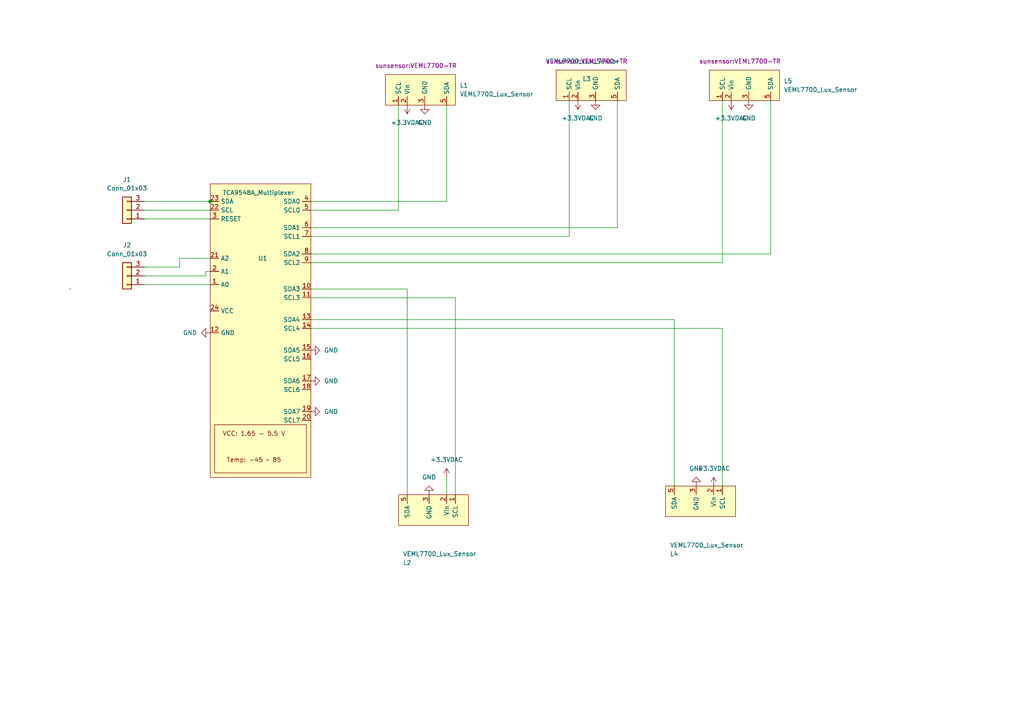
<source format=kicad_sch>
(kicad_sch (version 20211123) (generator eeschema)
  (paper "A4")
  (lib_symbols
    (symbol "Analog_Switch:TCA9548A_Multiplexer"
      (property "Reference" "U" (at 40.64 -31.75 0))
      (property "Value" "TCA9548A_Multiplexer" (at 39.37 -12.7 0))
      (symbol "TCA9548A_Multiplexer_0_0"
        (text "Temp: -45 ~ 85" (at 38.1 -90.17 0) (effects (font (size 1.27 1.27))))
        (text "VCC: 1.65 - 5.5 V" (at 38.1 -82.55 0) (effects (font (size 1.27 1.27))))
      )
      (symbol "TCA9548A_Multiplexer_0_1"
        (rectangle (start -15.24 -40.64) (end -15.24 -40.64))
        (rectangle (start -15.24 -40.64) (end -15.24 -40.64))
        (rectangle (start -15.24 -40.64) (end -15.24 -40.64))
        (rectangle (start -15.24 -40.64) (end -15.24 -40.64))
        (rectangle (start -15.24 -40.64) (end -15.24 -40.64))
        (rectangle (start -15.24 -40.64) (end -15.24 -40.64))
        (polyline (pts (xy 25.4 -40.64) (xy 25.4 -40.64)))
        (rectangle (start 25.4 -40.64) (end 25.4 -40.64))
        (rectangle (start 25.4 -40.64) (end 25.4 -40.64))
        (arc (start 25.4 -40.64) (mid 25.4 -40.64) (end 25.4 -40.64))
        (arc (start 25.4 -40.64) (mid 25.4 -40.64) (end 25.4 -40.64))
        (arc (start 25.4 -40.64) (mid 25.4 -40.64) (end 25.4 -40.64))
        (arc (start 25.4 -40.64) (mid 25.4 -40.64) (end 25.4 -40.64))
        (rectangle (start 25.4 -10.16) (end 54.61 -95.25) (fill (type background)))
        (rectangle (start 26.67 -80.01) (end 53.34 -93.98))
      )
      (symbol "TCA9548A_Multiplexer_1_1"
        (pin input line (at 25.4 -39.37 0) (length 2.54) (name "A0") (number "1"))
        (pin bidirectional line (at 54.61 -40.64 180) (length 2.54) (name "SDA3") (number "10"))
        (pin output line (at 54.61 -43.18 180) (length 2.54) (name "SCL3") (number "11"))
        (pin input line (at 25.4 -53.34 0) (length 2.54) (name "GND") (number "12"))
        (pin bidirectional line (at 54.61 -49.53 180) (length 2.54) (name "SDA4") (number "13"))
        (pin output line (at 54.61 -52.07 180) (length 2.54) (name "SCL4") (number "14"))
        (pin bidirectional line (at 54.61 -58.42 180) (length 2.54) (name "SDA5") (number "15"))
        (pin output line (at 54.61 -60.96 180) (length 2.54) (name "SCL5") (number "16"))
        (pin bidirectional line (at 54.61 -67.31 180) (length 2.54) (name "SDA6") (number "17"))
        (pin output line (at 54.61 -69.85 180) (length 2.54) (name "SCL6") (number "18"))
        (pin bidirectional line (at 54.61 -76.2 180) (length 2.54) (name "SDA7") (number "19"))
        (pin input line (at 25.4 -35.56 0) (length 2.54) (name "A1") (number "2"))
        (pin output line (at 54.61 -78.74 180) (length 2.54) (name "SCL7") (number "20"))
        (pin input line (at 25.4 -31.75 0) (length 2.54) (name "A2") (number "21"))
        (pin input line (at 25.4 -17.78 0) (length 2.54) (name "SCL") (number "22"))
        (pin bidirectional line (at 25.4 -15.24 0) (length 2.54) (name "SDA") (number "23"))
        (pin input line (at 25.4 -46.99 0) (length 2.54) (name "VCC") (number "24"))
        (pin input line (at 25.4 -20.32 0) (length 2.54) (name "RESET") (number "3"))
        (pin bidirectional line (at 54.61 -15.24 180) (length 2.54) (name "SDA0") (number "4"))
        (pin output line (at 54.61 -17.78 180) (length 2.54) (name "SCL0") (number "5"))
        (pin bidirectional line (at 54.61 -22.86 180) (length 2.54) (name "SDA1") (number "6"))
        (pin output line (at 54.61 -25.4 180) (length 2.54) (name "SCL1") (number "7"))
        (pin bidirectional line (at 54.61 -30.48 180) (length 2.54) (name "SDA2") (number "8"))
        (pin output line (at 54.61 -33.02 180) (length 2.54) (name "SCL2") (number "9"))
      )
    )
    (symbol "Connector_Generic:Conn_01x03" (pin_names (offset 1.016) hide)
      (property "Reference" "J" (at 0 5.08 0))
      (property "Value" "Conn_01x03" (at 0 -5.08 0))
      (symbol "Conn_01x03_1_1"
        (rectangle (start -1.27 -2.413) (end 0 -2.667) (stroke (width 0.1524)))
        (rectangle (start -1.27 0.127) (end 0 -0.127) (stroke (width 0.1524)))
        (rectangle (start -1.27 2.667) (end 0 2.413) (stroke (width 0.1524)))
        (rectangle (start -1.27 3.81) (end 1.27 -3.81) (stroke (width 0.254)) (fill (type background)))
        (pin passive line (at -5.08 2.54 0) (length 3.81) (name "Pin_1") (number "1"))
        (pin passive line (at -5.08 0 0) (length 3.81) (name "Pin_2") (number "2"))
        (pin passive line (at -5.08 -2.54 0) (length 3.81) (name "Pin_3") (number "3"))
      )
    )
    (symbol "Sensor_Optical:VEML7700_Lux_Sensor"
      (property "Reference" "L4" (at 10.16 8.2551 0))
      (property "Value" "VEML7700_Lux_Sensor" (at 10.16 5.7151 0))
      (symbol "VEML7700_Lux_Sensor_0_1"
        (rectangle (start -8.89 -2.54) (end 11.43 -11.43) (fill (type background)))
      )
      (symbol "VEML7700_Lux_Sensor_1_1"
        (pin input line (at -5.08 -11.43 90) (length 2.54) (name "SCL") (number "1"))
        (pin input line (at -2.54 -11.43 90) (length 2.54) (name "Vin") (number "2"))
        (pin input line (at 2.54 -11.43 90) (length 2.54) (name "GND") (number "3"))
        (pin bidirectional line (at 8.89 -11.43 90) (length 2.54) (name "SDA") (number "5"))
      )
    )
    (symbol "VEML7700_Lux_Sensor_1"
      (property "Reference" "L1" (at 12.7 -5.7149 0))
      (property "Value" "VEML7700_Lux_Sensor_1" (at 12.7 -8.2549 0))
      (symbol "VEML7700_Lux_Sensor_1_0_1"
        (rectangle (start -8.89 -2.54) (end 11.43 -11.43) (fill (type background)))
      )
      (symbol "VEML7700_Lux_Sensor_1_1_1"
        (pin input line (at -5.08 -11.43 90) (length 2.54) (name "SCL") (number "1"))
        (pin input line (at -2.54 -11.43 90) (length 2.54) (name "Vin") (number "2"))
        (pin input line (at 2.54 -11.43 90) (length 2.54) (name "GND") (number "3"))
        (pin bidirectional line (at 8.89 -11.43 90) (length 2.54) (name "SDA") (number "5"))
      )
    )
    (symbol "VEML7700_Lux_Sensor_2"
      (property "Reference" "L?" (at 0 -5.08 0))
      (property "Value" "VEML7700_Lux_Sensor" (at -1.27 0 0))
      (symbol "VEML7700_Lux_Sensor_2_0_1"
        (rectangle (start -8.89 -2.54) (end 11.43 -11.43) (fill (type background)))
      )
      (symbol "VEML7700_Lux_Sensor_2_1_1"
        (pin input line (at -5.08 -11.43 90) (length 2.54) (name "SCL") (number "1"))
        (pin input line (at -2.54 -11.43 90) (length 2.54) (name "Vin") (number "2"))
        (pin input line (at 2.54 -11.43 90) (length 2.54) (name "GND") (number "3"))
        (pin bidirectional line (at 8.89 -11.43 90) (length 2.54) (name "SDA") (number "5"))
      )
    )
    (symbol "VEML7700_Lux_Sensor_3"
      (property "Reference" "L5" (at 12.7 -5.7149 0))
      (property "Value" "VEML7700_Lux_Sensor" (at 12.7 -8.2549 0))
      (symbol "VEML7700_Lux_Sensor_3_0_1"
        (rectangle (start -8.89 -2.54) (end 11.43 -11.43) (fill (type background)))
      )
      (symbol "VEML7700_Lux_Sensor_3_1_1"
        (pin input line (at -5.08 -11.43 90) (length 2.54) (name "SCL") (number "1"))
        (pin input line (at -2.54 -11.43 90) (length 2.54) (name "Vin") (number "2"))
        (pin input line (at 2.54 -11.43 90) (length 2.54) (name "GND") (number "3"))
        (pin bidirectional line (at 8.89 -11.43 90) (length 2.54) (name "SDA") (number "5"))
      )
    )
    (symbol "VEML7700_Lux_Sensor_4"
      (property "Reference" "L2" (at 10.16 8.2551 0))
      (property "Value" "VEML7700_Lux_Sensor" (at 10.16 5.7151 0))
      (symbol "VEML7700_Lux_Sensor_4_0_1"
        (rectangle (start -8.89 -2.54) (end 11.43 -11.43) (fill (type background)))
      )
      (symbol "VEML7700_Lux_Sensor_4_1_1"
        (pin input line (at -5.08 -11.43 90) (length 2.54) (name "SCL") (number "1"))
        (pin input line (at -2.54 -11.43 90) (length 2.54) (name "Vin") (number "2"))
        (pin input line (at 2.54 -11.43 90) (length 2.54) (name "GND") (number "3"))
        (pin bidirectional line (at 8.89 -11.43 90) (length 2.54) (name "SDA") (number "5"))
      )
    )
    (symbol "power:+3.3VDAC" (power) (pin_names (offset 0))
      (property "Value" "+3.3VDAC" (at 0 2.54 0))
      (symbol "+3.3VDAC_0_0"
        (pin power_in line (at 0 0 90) (length 0) hide (name "+3.3VDAC") (number "1"))
      )
      (symbol "+3.3VDAC_0_1"
        (polyline (pts (xy -0.762 1.27) (xy 0 2.54)))
        (polyline (pts (xy 0 0) (xy 0 2.54)))
        (polyline (pts (xy 0 2.54) (xy 0.762 1.27)))
      )
    )
    (symbol "power:GND" (power) (pin_names (offset 0))
      (property "Value" "GND" (at 0 -3.81 0))
      (symbol "GND_0_1"
        (polyline (pts (xy 0 0) (xy 0 -1.27) (xy 1.27 -1.27) (xy 0 -2.54) (xy -1.27 -1.27) (xy 0 -1.27)))
      )
      (symbol "GND_1_1"
        (pin power_in line (at 0 0 270) (length 0) hide (name "GND") (number "1"))
      )
    )
  )
  (junction (at 60.96 58.42))
  (wire (pts (xy 41.91 63.5) (xy 60.96 63.5)))
  (wire (pts (xy 115.57 60.96) (xy 115.57 30.48)))
  (wire (pts (xy 52.07 77.47) (xy 52.07 74.93)))
  (wire (pts (xy 41.91 80.01) (xy 59.69 80.01)))
  (wire (pts (xy 90.17 92.71) (xy 195.58 92.71)))
  (wire (pts (xy 90.17 66.04) (xy 179.07 66.04)))
  (wire (pts (xy 129.54 138.43) (xy 129.54 143.51)))
  (wire (pts (xy 90.17 76.2) (xy 209.55 76.2)))
  (wire (pts (xy 118.11 83.82) (xy 118.11 143.51)))
  (wire (pts (xy 59.69 78.74) (xy 60.96 78.74)))
  (wire (pts (xy 59.69 80.01) (xy 59.69 78.74)))
  (wire (pts (xy 195.58 92.71) (xy 195.58 140.97)))
  (wire (pts (xy 165.1 68.58) (xy 165.1 29.21)))
  (wire (pts (xy 132.08 86.36) (xy 132.08 143.51)))
  (wire (pts (xy 41.91 82.55) (xy 60.96 82.55)))
  (wire (pts (xy 90.17 73.66) (xy 223.52 73.66)))
  (wire (pts (xy 52.07 74.93) (xy 60.96 74.93)))
  (wire (pts (xy 90.17 95.25) (xy 209.55 95.25)))
  (wire (pts (xy 41.91 58.42) (xy 60.96 58.42)))
  (wire (pts (xy 209.55 76.2) (xy 209.55 29.21)))
  (wire (pts (xy 90.17 83.82) (xy 118.11 83.82)))
  (wire (pts (xy 90.17 86.36) (xy 132.08 86.36)))
  (wire (pts (xy 209.55 95.25) (xy 209.55 140.97)))
  (wire (pts (xy 90.17 60.96) (xy 115.57 60.96)))
  (wire (pts (xy 41.91 60.96) (xy 60.96 60.96)))
  (wire (pts (xy 90.17 68.58) (xy 165.1 68.58)))
  (wire (pts (xy 179.07 66.04) (xy 179.07 29.21)))
  (wire (pts (xy 63.5 58.42) (xy 60.96 58.42)))
  (wire (pts (xy 129.54 58.42) (xy 129.54 30.48)))
  (wire (pts (xy 90.17 58.42) (xy 129.54 58.42)))
  (wire (pts (xy 41.91 77.47) (xy 52.07 77.47)))
  (wire (pts (xy 223.52 73.66) (xy 223.52 29.21)))
  (symbol (lib_id "power:+3.3VDAC") (at 207.01 140.97 0) (unit 1)
    (property "Reference" "#PWR0108" (effects hide))
    (property "Value" "+3.3VDAC" (at 207.01 135.89 0))
  )
  (symbol (lib_id "Sensor_Optical:VEML7700_Lux_Sensor") (at 204.47 152.4 180) (unit 1)
    (property "Reference" "L4" (at 194.31 160.6551 0) (effects (justify right)))
    (property "Value" "VEML7700_Lux_Sensor" (at 194.31 158.1151 0) (effects (justify right)))
    (property "Footprint" "sunsensor:VEML7700-TR" (effects hide))
  )
  (symbol (lib_id "Analog_Switch:TCA9548A_Multiplexer") (at 35.56 43.18 0) (unit 1)
    (property "Reference" "U1" (at 76.2 74.93 0))
    (property "Value" "TCA9548A_Multiplexer" (at 74.93 55.88 0))
    (property "Footprint" "sunsensor:SOP65P640X120-24N" (effects hide))
  )
  (symbol (lib_name "VEML7700_Lux_Sensor_3") (lib_id "Sensor_Optical:VEML7700_Lux_Sensor") (at 214.63 17.78 0) (unit 1)
    (property "Reference" "L5" (at 227.33 23.4949 0) (effects (justify left)))
    (property "Value" "VEML7700_Lux_Sensor" (at 227.33 26.0349 0) (effects (justify left)))
    (property "Footprint" "sunsensor:VEML7700-TR" (at 214.63 17.78 0))
  )
  (symbol (lib_name "VEML7700_Lux_Sensor_2") (lib_id "Sensor_Optical:VEML7700_Lux_Sensor") (at 170.18 17.78 0) (unit 1)
    (property "Reference" "L3" (at 170.18 22.86 0))
    (property "Value" "VEML7700_Lux_Sensor" (at 168.91 17.78 0))
    (property "Footprint" "sunsensor:VEML7700-TR" (at 170.18 17.78 0))
  )
  (symbol (lib_id "Connector_Generic:Conn_01x03") (at 36.83 80.01 180) (unit 1)
    (property "Reference" "J2" (at 36.83 71.12 0))
    (property "Value" "Conn_01x03" (at 36.83 73.66 0))
  )
  (symbol (lib_id "power:GND") (at 90.17 119.38 90) (unit 1)
    (property "Reference" "#PWR0118" (effects hide))
    (property "Value" "GND" (at 93.98 119.3799 90) (effects (justify right)))
  )
  (symbol (lib_name "VEML7700_Lux_Sensor_1") (lib_id "Sensor_Optical:VEML7700_Lux_Sensor") (at 120.65 19.05 0) (unit 1)
    (property "Reference" "L1" (at 133.35 24.7649 0) (effects (justify left)))
    (property "Value" "VEML7700_Lux_Sensor" (at 133.35 27.3049 0) (effects (justify left)))
    (property "Footprint" "sunsensor:VEML7700-TR" (at 120.65 19.05 0))
  )
  (symbol (lib_id "power:GND") (at 124.46 143.51 180) (unit 1)
    (property "Reference" "#PWR0101" (effects hide))
    (property "Value" "GND" (at 124.46 138.43 0))
  )
  (symbol (lib_id "power:GND") (at 201.93 140.97 180) (unit 1)
    (property "Reference" "#PWR0107" (effects hide))
    (property "Value" "GND" (at 201.93 135.89 0))
  )
  (symbol (lib_id "Connector_Generic:Conn_01x03") (at 36.83 60.96 180) (unit 1)
    (property "Reference" "J1" (at 36.83 52.07 0))
    (property "Value" "Conn_01x03" (at 36.83 54.61 0))
  )
  (symbol (lib_id "power:GND") (at 217.17 29.21 0) (unit 1)
    (property "Reference" "#PWR0105" (effects hide))
    (property "Value" "GND" (at 217.17 34.29 0))
  )
  (symbol (lib_id "power:GND") (at 90.17 101.6 90) (unit 1)
    (property "Reference" "#PWR0115" (effects hide))
    (property "Value" "GND" (at 93.98 101.5999 90) (effects (justify right)))
  )
  (symbol (lib_id "power:+3.3VDAC") (at 212.09 29.21 180) (unit 1)
    (property "Reference" "#PWR0106" (effects hide))
    (property "Value" "+3.3VDAC" (at 212.09 34.29 0))
  )
  (symbol (lib_id "power:GND") (at 172.72 29.21 0) (unit 1)
    (property "Reference" "#PWR0111" (effects hide))
    (property "Value" "GND" (at 172.72 34.29 0))
  )
  (symbol (lib_id "power:+3.3VDAC") (at 129.54 138.43 0) (unit 1)
    (property "Reference" "#PWR0102" (effects hide))
    (property "Value" "+3.3VDAC" (at 129.54 133.35 0))
  )
  (symbol (lib_id "power:GND") (at 123.19 30.48 0) (unit 1)
    (property "Reference" "#PWR0109" (effects hide))
    (property "Value" "GND" (at 123.19 35.56 0))
  )
  (symbol (lib_id "power:GND") (at 90.17 110.49 90) (unit 1)
    (property "Reference" "#PWR0113" (effects hide))
    (property "Value" "GND" (at 93.98 110.4899 90) (effects (justify right)))
  )
  (symbol (lib_id "power:GND") (at 60.96 96.52 270) (unit 1)
    (property "Reference" "#PWR0104" (effects hide))
    (property "Value" "GND" (at 57.15 96.5199 90) (effects (justify right)))
  )
  (symbol (lib_name "VEML7700_Lux_Sensor_4") (lib_id "Sensor_Optical:VEML7700_Lux_Sensor") (at 127 154.94 180) (unit 1)
    (property "Reference" "L2" (at 116.84 163.1951 0) (effects (justify right)))
    (property "Value" "VEML7700_Lux_Sensor" (at 116.84 160.6551 0) (effects (justify right)))
    (property "Footprint" "sunsensor:VEML7700-TR" (effects hide))
  )
  (symbol (lib_id "power:+3.3VDAC") (at 118.11 30.48 180) (unit 1)
    (property "Reference" "#PWR0110" (effects hide))
    (property "Value" "+3.3VDAC" (at 118.11 35.56 0))
  )
  (symbol (lib_id "power:+3.3VDAC") (at 167.64 29.21 180) (unit 1)
    (property "Reference" "#PWR0112" (effects hide))
    (property "Value" "+3.3VDAC" (at 167.64 34.29 0))
  )
)
</source>
